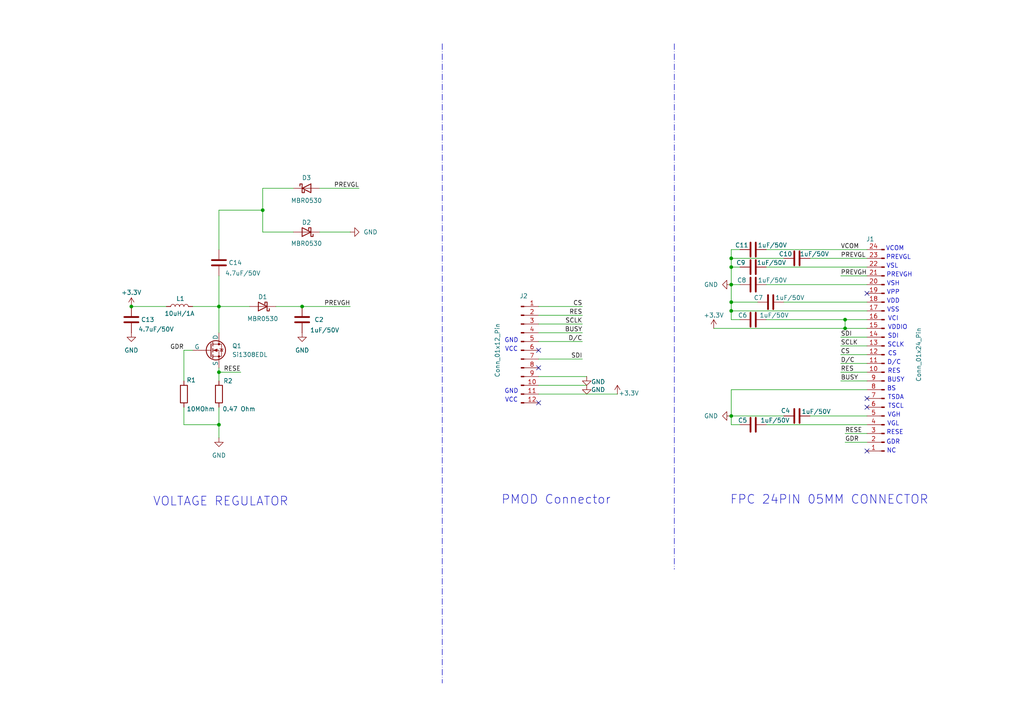
<source format=kicad_sch>
(kicad_sch (version 20231120) (generator "eeschema") (generator_version "8.0")
  (paper "A4")
  (title_block (title "InkPMOD") (date "2025-04-04") (rev "1") (company "WILD DICE"))
  (lib_symbols
    (symbol "Connector:Conn_01x12_Pin" (pin_names (offset 1.016) hide)
      (property "Reference" "J" (at 0 15.24 0))
      (property "Value" "Conn_01x12_Pin" (at 0 -17.78 0))
      (symbol "Conn_01x12_Pin_1_1"
        (polyline (pts (xy 1.27 -15.24) (xy 0.8636 -15.24)) (stroke (width 0.1524)))
        (polyline (pts (xy 1.27 -12.7) (xy 0.8636 -12.7)) (stroke (width 0.1524)))
        (polyline (pts (xy 1.27 -10.16) (xy 0.8636 -10.16)) (stroke (width 0.1524)))
        (polyline (pts (xy 1.27 -7.62) (xy 0.8636 -7.62)) (stroke (width 0.1524)))
        (polyline (pts (xy 1.27 -5.08) (xy 0.8636 -5.08)) (stroke (width 0.1524)))
        (polyline (pts (xy 1.27 -2.54) (xy 0.8636 -2.54)) (stroke (width 0.1524)))
        (polyline (pts (xy 1.27 0) (xy 0.8636 0)) (stroke (width 0.1524)))
        (polyline (pts (xy 1.27 2.54) (xy 0.8636 2.54)) (stroke (width 0.1524)))
        (polyline (pts (xy 1.27 5.08) (xy 0.8636 5.08)) (stroke (width 0.1524)))
        (polyline (pts (xy 1.27 7.62) (xy 0.8636 7.62)) (stroke (width 0.1524)))
        (polyline (pts (xy 1.27 10.16) (xy 0.8636 10.16)) (stroke (width 0.1524)))
        (polyline (pts (xy 1.27 12.7) (xy 0.8636 12.7)) (stroke (width 0.1524)))
        (rectangle (start 0.8636 -15.113) (end 0 -15.367) (stroke (width 0.1524)) (fill (type outline)))
        (rectangle (start 0.8636 -12.573) (end 0 -12.827) (stroke (width 0.1524)) (fill (type outline)))
        (rectangle (start 0.8636 -10.033) (end 0 -10.287) (stroke (width 0.1524)) (fill (type outline)))
        (rectangle (start 0.8636 -7.493) (end 0 -7.747) (stroke (width 0.1524)) (fill (type outline)))
        (rectangle (start 0.8636 -4.953) (end 0 -5.207) (stroke (width 0.1524)) (fill (type outline)))
        (rectangle (start 0.8636 -2.413) (end 0 -2.667) (stroke (width 0.1524)) (fill (type outline)))
        (rectangle (start 0.8636 0.127) (end 0 -0.127) (stroke (width 0.1524)) (fill (type outline)))
        (rectangle (start 0.8636 2.667) (end 0 2.413) (stroke (width 0.1524)) (fill (type outline)))
        (rectangle (start 0.8636 5.207) (end 0 4.953) (stroke (width 0.1524)) (fill (type outline)))
        (rectangle (start 0.8636 7.747) (end 0 7.493) (stroke (width 0.1524)) (fill (type outline)))
        (rectangle (start 0.8636 10.287) (end 0 10.033) (stroke (width 0.1524)) (fill (type outline)))
        (rectangle (start 0.8636 12.827) (end 0 12.573) (stroke (width 0.1524)) (fill (type outline)))
        (pin passive line (at 5.08 12.7 180) (length 3.81) (name "Pin_1") (number "1"))
        (pin passive line (at 5.08 -10.16 180) (length 3.81) (name "Pin_10") (number "10"))
        (pin passive line (at 5.08 -12.7 180) (length 3.81) (name "Pin_11") (number "11"))
        (pin passive line (at 5.08 -15.24 180) (length 3.81) (name "Pin_12") (number "12"))
        (pin passive line (at 5.08 10.16 180) (length 3.81) (name "Pin_2") (number "2"))
        (pin passive line (at 5.08 7.62 180) (length 3.81) (name "Pin_3") (number "3"))
        (pin passive line (at 5.08 5.08 180) (length 3.81) (name "Pin_4") (number "4"))
        (pin passive line (at 5.08 2.54 180) (length 3.81) (name "Pin_5") (number "5"))
        (pin passive line (at 5.08 0 180) (length 3.81) (name "Pin_6") (number "6"))
        (pin passive line (at 5.08 -2.54 180) (length 3.81) (name "Pin_7") (number "7"))
        (pin passive line (at 5.08 -5.08 180) (length 3.81) (name "Pin_8") (number "8"))
        (pin passive line (at 5.08 -7.62 180) (length 3.81) (name "Pin_9") (number "9"))
      )
    )
    (symbol "Connector:Conn_01x24_Pin" (pin_names (offset 1.016) hide)
      (property "Reference" "J" (at 0 30.48 0))
      (property "Value" "Conn_01x24_Pin" (at 0 -33.02 0))
      (symbol "Conn_01x24_Pin_1_1"
        (polyline (pts (xy 1.27 -30.48) (xy 0.8636 -30.48)) (stroke (width 0.1524)))
        (polyline (pts (xy 1.27 -27.94) (xy 0.8636 -27.94)) (stroke (width 0.1524)))
        (polyline (pts (xy 1.27 -25.4) (xy 0.8636 -25.4)) (stroke (width 0.1524)))
        (polyline (pts (xy 1.27 -22.86) (xy 0.8636 -22.86)) (stroke (width 0.1524)))
        (polyline (pts (xy 1.27 -20.32) (xy 0.8636 -20.32)) (stroke (width 0.1524)))
        (polyline (pts (xy 1.27 -17.78) (xy 0.8636 -17.78)) (stroke (width 0.1524)))
        (polyline (pts (xy 1.27 -15.24) (xy 0.8636 -15.24)) (stroke (width 0.1524)))
        (polyline (pts (xy 1.27 -12.7) (xy 0.8636 -12.7)) (stroke (width 0.1524)))
        (polyline (pts (xy 1.27 -10.16) (xy 0.8636 -10.16)) (stroke (width 0.1524)))
        (polyline (pts (xy 1.27 -7.62) (xy 0.8636 -7.62)) (stroke (width 0.1524)))
        (polyline (pts (xy 1.27 -5.08) (xy 0.8636 -5.08)) (stroke (width 0.1524)))
        (polyline (pts (xy 1.27 -2.54) (xy 0.8636 -2.54)) (stroke (width 0.1524)))
        (polyline (pts (xy 1.27 0) (xy 0.8636 0)) (stroke (width 0.1524)))
        (polyline (pts (xy 1.27 2.54) (xy 0.8636 2.54)) (stroke (width 0.1524)))
        (polyline (pts (xy 1.27 5.08) (xy 0.8636 5.08)) (stroke (width 0.1524)))
        (polyline (pts (xy 1.27 7.62) (xy 0.8636 7.62)) (stroke (width 0.1524)))
        (polyline (pts (xy 1.27 10.16) (xy 0.8636 10.16)) (stroke (width 0.1524)))
        (polyline (pts (xy 1.27 12.7) (xy 0.8636 12.7)) (stroke (width 0.1524)))
        (polyline (pts (xy 1.27 15.24) (xy 0.8636 15.24)) (stroke (width 0.1524)))
        (polyline (pts (xy 1.27 17.78) (xy 0.8636 17.78)) (stroke (width 0.1524)))
        (polyline (pts (xy 1.27 20.32) (xy 0.8636 20.32)) (stroke (width 0.1524)))
        (polyline (pts (xy 1.27 22.86) (xy 0.8636 22.86)) (stroke (width 0.1524)))
        (polyline (pts (xy 1.27 25.4) (xy 0.8636 25.4)) (stroke (width 0.1524)))
        (polyline (pts (xy 1.27 27.94) (xy 0.8636 27.94)) (stroke (width 0.1524)))
        (rectangle (start 0.8636 -30.353) (end 0 -30.607) (stroke (width 0.1524)) (fill (type outline)))
        (rectangle (start 0.8636 -27.813) (end 0 -28.067) (stroke (width 0.1524)) (fill (type outline)))
        (rectangle (start 0.8636 -25.273) (end 0 -25.527) (stroke (width 0.1524)) (fill (type outline)))
        (rectangle (start 0.8636 -22.733) (end 0 -22.987) (stroke (width 0.1524)) (fill (type outline)))
        (rectangle (start 0.8636 -20.193) (end 0 -20.447) (stroke (width 0.1524)) (fill (type outline)))
        (rectangle (start 0.8636 -17.653) (end 0 -17.907) (stroke (width 0.1524)) (fill (type outline)))
        (rectangle (start 0.8636 -15.113) (end 0 -15.367) (stroke (width 0.1524)) (fill (type outline)))
        (rectangle (start 0.8636 -12.573) (end 0 -12.827) (stroke (width 0.1524)) (fill (type outline)))
        (rectangle (start 0.8636 -10.033) (end 0 -10.287) (stroke (width 0.1524)) (fill (type outline)))
        (rectangle (start 0.8636 -7.493) (end 0 -7.747) (stroke (width 0.1524)) (fill (type outline)))
        (rectangle (start 0.8636 -4.953) (end 0 -5.207) (stroke (width 0.1524)) (fill (type outline)))
        (rectangle (start 0.8636 -2.413) (end 0 -2.667) (stroke (width 0.1524)) (fill (type outline)))
        (rectangle (start 0.8636 0.127) (end 0 -0.127) (stroke (width 0.1524)) (fill (type outline)))
        (rectangle (start 0.8636 2.667) (end 0 2.413) (stroke (width 0.1524)) (fill (type outline)))
        (rectangle (start 0.8636 5.207) (end 0 4.953) (stroke (width 0.1524)) (fill (type outline)))
        (rectangle (start 0.8636 7.747) (end 0 7.493) (stroke (width 0.1524)) (fill (type outline)))
        (rectangle (start 0.8636 10.287) (end 0 10.033) (stroke (width 0.1524)) (fill (type outline)))
        (rectangle (start 0.8636 12.827) (end 0 12.573) (stroke (width 0.1524)) (fill (type outline)))
        (rectangle (start 0.8636 15.367) (end 0 15.113) (stroke (width 0.1524)) (fill (type outline)))
        (rectangle (start 0.8636 17.907) (end 0 17.653) (stroke (width 0.1524)) (fill (type outline)))
        (rectangle (start 0.8636 20.447) (end 0 20.193) (stroke (width 0.1524)) (fill (type outline)))
        (rectangle (start 0.8636 22.987) (end 0 22.733) (stroke (width 0.1524)) (fill (type outline)))
        (rectangle (start 0.8636 25.527) (end 0 25.273) (stroke (width 0.1524)) (fill (type outline)))
        (rectangle (start 0.8636 28.067) (end 0 27.813) (stroke (width 0.1524)) (fill (type outline)))
        (pin passive line (at 5.08 27.94 180) (length 3.81) (name "Pin_1") (number "1"))
        (pin passive line (at 5.08 5.08 180) (length 3.81) (name "Pin_10") (number "10"))
        (pin passive line (at 5.08 2.54 180) (length 3.81) (name "Pin_11") (number "11"))
        (pin passive line (at 5.08 0 180) (length 3.81) (name "Pin_12") (number "12"))
        (pin passive line (at 5.08 -2.54 180) (length 3.81) (name "Pin_13") (number "13"))
        (pin passive line (at 5.08 -5.08 180) (length 3.81) (name "Pin_14") (number "14"))
        (pin passive line (at 5.08 -7.62 180) (length 3.81) (name "Pin_15") (number "15"))
        (pin passive line (at 5.08 -10.16 180) (length 3.81) (name "Pin_16") (number "16"))
        (pin passive line (at 5.08 -12.7 180) (length 3.81) (name "Pin_17") (number "17"))
        (pin passive line (at 5.08 -15.24 180) (length 3.81) (name "Pin_18") (number "18"))
        (pin passive line (at 5.08 -17.78 180) (length 3.81) (name "Pin_19") (number "19"))
        (pin passive line (at 5.08 25.4 180) (length 3.81) (name "Pin_2") (number "2"))
        (pin passive line (at 5.08 -20.32 180) (length 3.81) (name "Pin_20") (number "20"))
        (pin passive line (at 5.08 -22.86 180) (length 3.81) (name "Pin_21") (number "21"))
        (pin passive line (at 5.08 -25.4 180) (length 3.81) (name "Pin_22") (number "22"))
        (pin passive line (at 5.08 -27.94 180) (length 3.81) (name "Pin_23") (number "23"))
        (pin passive line (at 5.08 -30.48 180) (length 3.81) (name "Pin_24") (number "24"))
        (pin passive line (at 5.08 22.86 180) (length 3.81) (name "Pin_3") (number "3"))
        (pin passive line (at 5.08 20.32 180) (length 3.81) (name "Pin_4") (number "4"))
        (pin passive line (at 5.08 17.78 180) (length 3.81) (name "Pin_5") (number "5"))
        (pin passive line (at 5.08 15.24 180) (length 3.81) (name "Pin_6") (number "6"))
        (pin passive line (at 5.08 12.7 180) (length 3.81) (name "Pin_7") (number "7"))
        (pin passive line (at 5.08 10.16 180) (length 3.81) (name "Pin_8") (number "8"))
        (pin passive line (at 5.08 7.62 180) (length 3.81) (name "Pin_9") (number "9"))
      )
    )
    (symbol "Device:C" (pin_numbers hide) (pin_names (offset 0.254))
      (property "Reference" "C" (at 0.635 2.54 0))
      (property "Value" "C" (at 0.635 -2.54 0))
      (symbol "C_0_1"
        (polyline (pts (xy -2.032 -0.762) (xy 2.032 -0.762)) (stroke (width 0.508)))
        (polyline (pts (xy -2.032 0.762) (xy 2.032 0.762)) (stroke (width 0.508)))
      )
      (symbol "C_1_1"
        (pin passive line (at 0 3.81 270) (length 2.794) (name "~") (number "1"))
        (pin passive line (at 0 -3.81 90) (length 2.794) (name "~") (number "2"))
      )
    )
    (symbol "Device:D_Schottky" (pin_numbers hide) (pin_names (offset 1.016) hide)
      (property "Reference" "D" (at 0 2.54 0))
      (property "Value" "D_Schottky" (at 0 -2.54 0))
      (symbol "D_Schottky_0_1"
        (polyline (pts (xy 1.27 0) (xy -1.27 0)))
        (polyline (pts (xy 1.27 1.27) (xy 1.27 -1.27) (xy -1.27 0) (xy 1.27 1.27)) (stroke (width 0.254)))
        (polyline (pts (xy -1.905 0.635) (xy -1.905 1.27) (xy -1.27 1.27) (xy -1.27 -1.27) (xy -0.635 -1.27) (xy -0.635 -0.635)) (stroke (width 0.254)))
      )
      (symbol "D_Schottky_1_1"
        (pin passive line (at -3.81 0 0) (length 2.54) (name "K") (number "1"))
        (pin passive line (at 3.81 0 180) (length 2.54) (name "A") (number "2"))
      )
    )
    (symbol "Device:L" (pin_numbers hide) (pin_names (offset 1.016) hide)
      (property "Reference" "L" (at -1.27 0 90))
      (property "Value" "L" (at 1.905 0 90))
      (symbol "L_0_1"
        (arc (start 0 -2.54) (mid 0.6323 -1.905) (end 0 -1.27))
        (arc (start 0 -1.27) (mid 0.6323 -0.635) (end 0 0))
        (arc (start 0 0) (mid 0.6323 0.635) (end 0 1.27))
        (arc (start 0 1.27) (mid 0.6323 1.905) (end 0 2.54))
      )
      (symbol "L_1_1"
        (pin passive line (at 0 3.81 270) (length 1.27) (name "1") (number "1"))
        (pin passive line (at 0 -3.81 90) (length 1.27) (name "2") (number "2"))
      )
    )
    (symbol "Device:R" (pin_numbers hide) (pin_names (offset 0))
      (property "Reference" "R" (at 2.032 0 90))
      (property "Value" "R" (at 0 0 90))
      (symbol "R_0_1"
        (rectangle (start -1.016 -2.54) (end 1.016 2.54) (stroke (width 0.254)))
      )
      (symbol "R_1_1"
        (pin passive line (at 0 3.81 270) (length 1.27) (name "~") (number "1"))
        (pin passive line (at 0 -3.81 90) (length 1.27) (name "~") (number "2"))
      )
    )
    (symbol "Simulation_SPICE:NMOS" (pin_numbers hide) (pin_names (offset 0))
      (property "Reference" "Q" (at 5.08 1.27 0))
      (property "Value" "NMOS" (at 5.08 -1.27 0))
      (symbol "NMOS_0_1"
        (polyline (pts (xy 0.254 0) (xy -2.54 0)))
        (polyline (pts (xy 0.254 1.905) (xy 0.254 -1.905)) (stroke (width 0.254)))
        (polyline (pts (xy 0.762 -1.27) (xy 0.762 -2.286)) (stroke (width 0.254)))
        (polyline (pts (xy 0.762 0.508) (xy 0.762 -0.508)) (stroke (width 0.254)))
        (polyline (pts (xy 0.762 2.286) (xy 0.762 1.27)) (stroke (width 0.254)))
        (polyline (pts (xy 2.54 2.54) (xy 2.54 1.778)))
        (polyline (pts (xy 2.54 -2.54) (xy 2.54 0) (xy 0.762 0)))
        (polyline (pts (xy 0.762 -1.778) (xy 3.302 -1.778) (xy 3.302 1.778) (xy 0.762 1.778)))
        (polyline (pts (xy 1.016 0) (xy 2.032 0.381) (xy 2.032 -0.381) (xy 1.016 0)) (fill (type outline)))
        (polyline (pts (xy 2.794 0.508) (xy 2.921 0.381) (xy 3.683 0.381) (xy 3.81 0.254)))
        (polyline (pts (xy 3.302 0.381) (xy 2.921 -0.254) (xy 3.683 -0.254) (xy 3.302 0.381)))
        (circle (center 1.651 0) (radius 2.794) (stroke (width 0.254)))
        (circle (center 2.54 -1.778) (radius 0.254) (fill (type outline)))
        (circle (center 2.54 1.778) (radius 0.254) (fill (type outline)))
      )
      (symbol "NMOS_1_1"
        (pin passive line (at 2.54 5.08 270) (length 2.54) (name "D") (number "1"))
        (pin input line (at -5.08 0 0) (length 2.54) (name "G") (number "2"))
        (pin passive line (at 2.54 -5.08 90) (length 2.54) (name "S") (number "3"))
      )
    )
    (symbol "power:+3.3V" (power) (pin_numbers hide) (pin_names (offset 0) hide)
      (property "Value" "+3.3V" (at 0 3.556 0))
      (symbol "+3.3V_0_1"
        (polyline (pts (xy -0.762 1.27) (xy 0 2.54)))
        (polyline (pts (xy 0 0) (xy 0 2.54)))
        (polyline (pts (xy 0 2.54) (xy 0.762 1.27)))
      )
      (symbol "+3.3V_1_1"
        (pin power_in line (at 0 0 90) (length 0) (name "~") (number "1"))
      )
    )
    (symbol "power:GND" (power) (pin_numbers hide) (pin_names (offset 0) hide)
      (property "Value" "GND" (at 0 -3.81 0))
      (symbol "GND_0_1"
        (polyline (pts (xy 0 0) (xy 0 -1.27) (xy 1.27 -1.27) (xy 0 -2.54) (xy -1.27 -1.27) (xy 0 -1.27)))
      )
      (symbol "GND_1_1"
        (pin power_in line (at 0 0 270) (length 0) (name "~") (number "1"))
      )
    )
  )
  (junction (at 63.5 88.9))
  (junction (at 212.09 87.63))
  (junction (at 212.09 90.17))
  (junction (at 212.09 74.93))
  (junction (at 87.63 88.9))
  (junction (at 63.5 107.95))
  (junction (at 245.11 92.71))
  (junction (at 212.09 120.65))
  (junction (at 245.11 95.25))
  (junction (at 76.2 60.96))
  (junction (at 38.1 88.9))
  (junction (at 212.09 82.55))
  (junction (at 212.09 77.47))
  (junction (at 63.5 123.19))
  (no_connect (at 251.46 130.81))
  (no_connect (at 156.21 101.6))
  (no_connect (at 251.46 115.57))
  (no_connect (at 156.21 116.84))
  (no_connect (at 156.21 106.68))
  (no_connect (at 251.46 85.09))
  (no_connect (at 251.46 118.11))
  (wire (pts (xy 212.09 72.39) (xy 214.63 72.39)))
  (wire (pts (xy 212.09 113.03) (xy 212.09 120.65)))
  (wire (pts (xy 63.5 60.96) (xy 76.2 60.96)))
  (wire (pts (xy 156.21 88.9) (xy 168.91 88.9)))
  (wire (pts (xy 156.21 109.22) (xy 170.18 109.22)))
  (wire (pts (xy 212.09 82.55) (xy 214.63 82.55)))
  (wire (pts (xy 212.09 74.93) (xy 227.33 74.93)))
  (wire (pts (xy 222.25 92.71) (xy 245.11 92.71)))
  (wire (pts (xy 63.5 107.95) (xy 63.5 110.49)))
  (wire (pts (xy 156.21 114.3) (xy 179.07 114.3)))
  (wire (pts (xy 38.1 88.9) (xy 48.26 88.9)))
  (wire (pts (xy 55.88 101.6) (xy 53.34 101.6)))
  (wire (pts (xy 156.21 93.98) (xy 168.91 93.98)))
  (wire (pts (xy 212.09 82.55) (xy 212.09 87.63)))
  (wire (pts (xy 243.84 107.95) (xy 251.46 107.95)))
  (wire (pts (xy 227.33 87.63) (xy 251.46 87.63)))
  (wire (pts (xy 243.84 80.01) (xy 251.46 80.01)))
  (wire (pts (xy 156.21 91.44) (xy 168.91 91.44)))
  (polyline (pts (xy 195.58 12.7) (xy 195.58 165.1)) (stroke (width 0) (type dash_dot)))
  (wire (pts (xy 76.2 60.96) (xy 76.2 67.31)))
  (wire (pts (xy 156.21 111.76) (xy 170.18 111.76)))
  (wire (pts (xy 92.71 54.61) (xy 104.14 54.61)))
  (wire (pts (xy 243.84 97.79) (xy 251.46 97.79)))
  (wire (pts (xy 53.34 118.11) (xy 53.34 123.19)))
  (wire (pts (xy 222.25 72.39) (xy 251.46 72.39)))
  (wire (pts (xy 245.11 128.27) (xy 251.46 128.27)))
  (wire (pts (xy 245.11 92.71) (xy 251.46 92.71)))
  (wire (pts (xy 76.2 54.61) (xy 85.09 54.61)))
  (wire (pts (xy 156.21 96.52) (xy 168.91 96.52)))
  (wire (pts (xy 245.11 125.73) (xy 251.46 125.73)))
  (wire (pts (xy 212.09 123.19) (xy 214.63 123.19)))
  (wire (pts (xy 207.01 95.25) (xy 245.11 95.25)))
  (wire (pts (xy 243.84 102.87) (xy 251.46 102.87)))
  (wire (pts (xy 222.25 77.47) (xy 251.46 77.47)))
  (wire (pts (xy 222.25 82.55) (xy 251.46 82.55)))
  (wire (pts (xy 76.2 67.31) (xy 85.09 67.31)))
  (wire (pts (xy 92.71 67.31) (xy 101.6 67.31)))
  (wire (pts (xy 222.25 123.19) (xy 251.46 123.19)))
  (wire (pts (xy 245.11 92.71) (xy 245.11 95.25)))
  (wire (pts (xy 212.09 77.47) (xy 214.63 77.47)))
  (wire (pts (xy 63.5 88.9) (xy 63.5 96.52)))
  (wire (pts (xy 212.09 120.65) (xy 227.33 120.65)))
  (wire (pts (xy 212.09 74.93) (xy 212.09 77.47)))
  (wire (pts (xy 243.84 105.41) (xy 251.46 105.41)))
  (wire (pts (xy 63.5 80.01) (xy 63.5 88.9)))
  (wire (pts (xy 212.09 92.71) (xy 214.63 92.71)))
  (wire (pts (xy 234.95 74.93) (xy 251.46 74.93)))
  (wire (pts (xy 63.5 123.19) (xy 63.5 127)))
  (wire (pts (xy 212.09 120.65) (xy 212.09 123.19)))
  (wire (pts (xy 63.5 107.95) (xy 69.85 107.95)))
  (wire (pts (xy 87.63 88.9) (xy 101.6 88.9)))
  (wire (pts (xy 53.34 123.19) (xy 63.5 123.19)))
  (wire (pts (xy 212.09 87.63) (xy 219.71 87.63)))
  (wire (pts (xy 63.5 88.9) (xy 72.39 88.9)))
  (wire (pts (xy 212.09 72.39) (xy 212.09 74.93)))
  (wire (pts (xy 212.09 77.47) (xy 212.09 82.55)))
  (wire (pts (xy 63.5 106.68) (xy 63.5 107.95)))
  (polyline (pts (xy 128.27 12.7) (xy 128.27 198.12)) (stroke (width 0) (type dash_dot)))
  (wire (pts (xy 55.88 88.9) (xy 63.5 88.9)))
  (wire (pts (xy 212.09 87.63) (xy 212.09 90.17)))
  (wire (pts (xy 156.21 104.14) (xy 168.91 104.14)))
  (wire (pts (xy 243.84 110.49) (xy 251.46 110.49)))
  (wire (pts (xy 76.2 54.61) (xy 76.2 60.96)))
  (wire (pts (xy 156.21 99.06) (xy 168.91 99.06)))
  (wire (pts (xy 243.84 100.33) (xy 251.46 100.33)))
  (wire (pts (xy 234.95 120.65) (xy 251.46 120.65)))
  (wire (pts (xy 53.34 101.6) (xy 53.34 110.49)))
  (wire (pts (xy 63.5 60.96) (xy 63.5 72.39)))
  (wire (pts (xy 80.01 88.9) (xy 87.63 88.9)))
  (wire (pts (xy 212.09 113.03) (xy 251.46 113.03)))
  (wire (pts (xy 63.5 118.11) (xy 63.5 123.19)))
  (wire (pts (xy 212.09 90.17) (xy 212.09 92.71)))
  (wire (pts (xy 251.46 95.25) (xy 245.11 95.25)))
  (wire (pts (xy 212.09 90.17) (xy 251.46 90.17)))
  (text "CS" (at 258.826 102.616 0) (effects (font (size 1.27 1.27))))
  (text "GND" (at 148.336 98.806 0) (effects (font (size 1.27 1.27))))
  (text "FPC 24PIN 05MM CONNECTOR" (at 240.538 145.034 0) (effects (font (size 2.54 2.54))))
  (text "GND" (at 148.336 113.538 0) (effects (font (size 1.27 1.27))))
  (text "RESE" (at 259.588 125.476 0) (effects (font (size 1.27 1.27))))
  (text "BS" (at 258.572 112.776 0) (effects (font (size 1.27 1.27))))
  (text "VDDIO" (at 260.35 94.996 0) (effects (font (size 1.27 1.27))))
  (text "TSDA" (at 259.842 115.316 0) (effects (font (size 1.27 1.27))))
  (text "SDI" (at 259.08 97.536 0) (effects (font (size 1.27 1.27))))
  (text "TSCL" (at 259.842 117.856 0) (effects (font (size 1.27 1.27))))
  (text "VSS" (at 259.08 89.916 0) (effects (font (size 1.27 1.27))))
  (text "VCI" (at 259.08 92.456 0) (effects (font (size 1.27 1.27))))
  (text "PMOD Connector" (at 161.29 145.034 0) (effects (font (size 2.54 2.54))))
  (text "VDD" (at 259.08 87.376 0) (effects (font (size 1.27 1.27))))
  (text "VCOM" (at 259.588 72.136 0) (effects (font (size 1.27 1.27))))
  (text "RES" (at 259.334 107.696 0) (effects (font (size 1.27 1.27))))
  (text "VGL" (at 259.08 122.936 0) (effects (font (size 1.27 1.27))))
  (text "VOLTAGE REGULATOR" (at 64.008 145.542 0) (effects (font (size 2.54 2.54))))
  (text "D/C" (at 259.334 105.156 0) (effects (font (size 1.27 1.27))))
  (text "BUSY" (at 259.842 110.236 0) (effects (font (size 1.27 1.27))))
  (text "VPP" (at 259.08 84.836 0) (effects (font (size 1.27 1.27))))
  (text "VCC" (at 148.336 101.346 0) (effects (font (size 1.27 1.27))))
  (text "VSL" (at 258.826 77.216 0) (effects (font (size 1.27 1.27))))
  (text "VGH" (at 259.334 120.396 0) (effects (font (size 1.27 1.27))))
  (text "PREVGL" (at 260.604 74.676 0) (effects (font (size 1.27 1.27))))
  (text "NC" (at 258.572 130.81 0) (effects (font (size 1.27 1.27))))
  (text "PREVGH" (at 260.858 79.756 0) (effects (font (size 1.27 1.27))))
  (text "SCLK" (at 259.842 100.076 0) (effects (font (size 1.27 1.27))))
  (text "GDR" (at 259.08 128.27 0) (effects (font (size 1.27 1.27))))
  (text "VSH" (at 259.08 82.296 0) (effects (font (size 1.27 1.27))))
  (text "VCC" (at 148.336 116.078 0) (effects (font (size 1.27 1.27))))
  (label "VCOM" (at 243.84 72.39 0))
  (label "D{slash}C" (at 168.91 99.06 180))
  (label "GDR" (at 53.34 101.6 180))
  (label "RESE" (at 69.85 107.95 180))
  (label "D{slash}C" (at 243.84 105.41 0))
  (label "RESE" (at 245.11 125.73 0))
  (label "PREVGH" (at 243.84 80.01 0))
  (label "SDI" (at 168.91 104.14 180))
  (label "BUSY" (at 168.91 96.52 180))
  (label "SCLK" (at 168.91 93.98 180))
  (label "PREVGH" (at 101.6 88.9 180))
  (label "CS" (at 168.91 88.9 180))
  (label "SDI" (at 243.84 97.79 0))
  (label "RES" (at 243.84 107.95 0))
  (label "GDR" (at 245.11 128.27 0))
  (label "SCLK" (at 243.84 100.33 0))
  (label "PREVGL" (at 243.84 74.93 0))
  (label "RES" (at 168.91 91.44 180))
  (label "PREVGL" (at 104.14 54.61 180))
  (label "BUSY" (at 243.84 110.49 0))
  (label "CS" (at 243.84 102.87 0))
  (symbol (lib_id "Device:C") (at 218.44 123.19 90) (unit 1)
    (property "Reference" "C5" (at 215.392 121.92 90))
    (property "Value" "1uF/50V" (at 224.79 121.92 90))
    (property "Footprint" "Capacitor_SMD:C_1206_3216Metric_Pad1.33x1.80mm_HandSolder" (effects (hide yes)))
    (property "Datasheet" "https://www.mouser.es/datasheet/2/396/mlcc02_e-1307760.pdf" (effects (hide yes)))
    (property "Description" "Unpolarized capacitor" (effects (hide yes)))
    (property "Shop Link" "https://www.mouser.es/ProductDetail/963-UMK316B7105KL-T" (effects (hide yes)))
  )
  (symbol (lib_id "Device:C") (at 231.14 120.65 90) (unit 1)
    (property "Reference" "C4" (at 227.838 119.126 90))
    (property "Value" "1uF/50V" (at 236.728 119.38 90))
    (property "Footprint" "Capacitor_SMD:C_1206_3216Metric_Pad1.33x1.80mm_HandSolder" (effects (hide yes)))
    (property "Datasheet" "https://www.mouser.es/datasheet/2/396/mlcc02_e-1307760.pdf" (effects (hide yes)))
    (property "Description" "Unpolarized capacitor" (effects (hide yes)))
    (property "Shop Link" "https://www.mouser.es/ProductDetail/963-UMK316B7105KL-T" (effects (hide yes)))
  )
  (symbol (lib_id "Device:C") (at 231.14 74.93 90) (unit 1)
    (property "Reference" "C10" (at 227.838 73.66 90))
    (property "Value" "1uF/50V" (at 236.22 73.66 90))
    (property "Footprint" "Capacitor_SMD:C_1206_3216Metric_Pad1.33x1.80mm_HandSolder" (effects (hide yes)))
    (property "Datasheet" "https://www.mouser.es/datasheet/2/396/mlcc02_e-1307760.pdf" (effects (hide yes)))
    (property "Description" "Unpolarized capacitor" (effects (hide yes)))
    (property "Shop Link" "https://www.mouser.es/ProductDetail/963-UMK316B7105KL-T" (effects (hide yes)))
  )
  (symbol (lib_id "Device:C") (at 218.44 92.71 90) (unit 1)
    (property "Reference" "C6" (at 215.392 91.44 90))
    (property "Value" "1uF/50V" (at 224.536 91.44 90))
    (property "Footprint" "Capacitor_SMD:C_1206_3216Metric_Pad1.33x1.80mm_HandSolder" (effects (hide yes)))
    (property "Datasheet" "https://www.mouser.es/datasheet/2/396/mlcc02_e-1307760.pdf" (effects (hide yes)))
    (property "Description" "Unpolarized capacitor" (effects (hide yes)))
    (property "Shop Link" "https://www.mouser.es/ProductDetail/963-UMK316B7105KL-T" (effects (hide yes)))
  )
  (symbol (lib_id "Connector:Conn_01x12_Pin") (at 151.13 101.6 0) (unit 1)
    (property "Reference" "J2" (at 151.892 85.852 0))
    (property "Value" "Conn_01x12_Pin" (at 144.272 101.6 90))
    (property "Footprint" "Connector_PinHeader_1.27mm:PinHeader_2x06_P1.27mm_Vertical" (effects (hide yes)))
    (property "Datasheet" "https://kinetictest.samtec.com/partnumber/HTSW-106-08-L-D-RA" (effects (hide yes)))
    (property "Description" "Generic connector, single row, 01x12, script generated" (effects (hide yes)))
    (property "Shop Link" "https://www.mouser.es/ProductDetail/200-HTSW10608LDRA" (effects (hide yes)))
  )
  (symbol (lib_id "power:GND") (at 170.18 111.76 0) (unit 1)
    (property "Reference" "#PWR011" (effects (hide yes)))
    (property "Value" "GND" (at 173.482 113.03 0))
    (property "Description" "Power symbol creates a global label with name \"GND\" , ground" (effects (hide yes)))
  )
  (symbol (lib_id "power:GND") (at 170.18 109.22 0) (unit 1)
    (property "Reference" "#PWR05" (effects (hide yes)))
    (property "Value" "GND" (at 173.482 110.744 0))
    (property "Description" "Power symbol creates a global label with name \"GND\" , ground" (effects (hide yes)))
  )
  (symbol (lib_id "power:GND") (at 63.5 127 0) (unit 1)
    (property "Reference" "#PWR04" (effects (hide yes)))
    (property "Value" "GND" (at 63.5 132.08 0))
    (property "Description" "Power symbol creates a global label with name \"GND\" , ground" (effects (hide yes)))
  )
  (symbol (lib_id "Device:C") (at 218.44 72.39 90) (unit 1)
    (property "Reference" "C11" (at 215.138 71.12 90))
    (property "Value" "1uF/50V" (at 224.028 71.12 90))
    (property "Footprint" "Capacitor_SMD:C_1206_3216Metric_Pad1.33x1.80mm_HandSolder" (effects (hide yes)))
    (property "Datasheet" "https://www.mouser.es/datasheet/2/396/mlcc02_e-1307760.pdf" (effects (hide yes)))
    (property "Description" "Unpolarized capacitor" (effects (hide yes)))
    (property "Shop Link" "https://www.mouser.es/ProductDetail/963-UMK316B7105KL-T" (effects (hide yes)))
  )
  (symbol (lib_id "power:GND") (at 212.09 82.55 270) (unit 1)
    (property "Reference" "#PWR07" (effects (hide yes)))
    (property "Value" "GND" (at 208.28 82.5499 90) (effects (justify right)))
    (property "Description" "Power symbol creates a global label with name \"GND\" , ground" (effects (hide yes)))
  )
  (symbol (lib_id "power:GND") (at 38.1 96.52 0) (unit 1)
    (property "Reference" "#PWR013" (effects (hide yes)))
    (property "Value" "GND" (at 38.1 101.6 0))
    (property "Description" "Power symbol creates a global label with name \"GND\" , ground" (effects (hide yes)))
  )
  (symbol (lib_id "Device:D_Schottky") (at 88.9 67.31 180) (unit 1)
    (property "Reference" "D2" (at 88.9 64.516 0))
    (property "Value" "MBR0530" (at 88.9 70.612 0))
    (property "Footprint" "Diode_SMD:D_SOD-123" (effects (hide yes)))
    (property "Datasheet" "https://www.onsemi.com/PowerSolutions/product.do?id=MBR0530T3G" (effects (hide yes)))
    (property "Description" "Schottky diode" (effects (hide yes)))
    (property "Shop Link" "https://www.mouser.es/ProductDetail/863-MBR0530T3G" (effects (hide yes)))
  )
  (symbol (lib_id "power:+3.3V") (at 207.01 95.25 0) (unit 1)
    (property "Reference" "#PWR08" (effects (hide yes)))
    (property "Value" "+3.3V" (at 207.01 91.44 0))
    (property "Description" "Power symbol creates a global label with name \"+3.3V\"" (effects (hide yes)))
  )
  (symbol (lib_id "power:GND") (at 212.09 120.65 270) (unit 1)
    (property "Reference" "#PWR06" (effects (hide yes)))
    (property "Value" "GND" (at 208.28 120.6499 90) (effects (justify right)))
    (property "Description" "Power symbol creates a global label with name \"GND\" , ground" (effects (hide yes)))
  )
  (symbol (lib_id "Connector:Conn_01x24_Pin") (at 256.54 102.87 180) (unit 1)
    (property "Reference" "J1" (at 251.206 69.342 0) (effects (justify right)))
    (property "Value" "Conn_01x24_Pin" (at 266.446 110.744 90) (effects (justify right)))
    (property "Footprint" "custom:Molex_FPC_24_05MM" (effects (hide yes)))
    (property "Datasheet" "https://www.molex.com/en-us/products/part-detail-pdf/5034802400?display=pdf" (effects (hide yes)))
    (property "Description" "Generic connector, single row, 01x24, script generated" (effects (hide yes)))
    (property "Shop Link" "https://www.mouser.es/ProductDetail/538-503480-2400" (effects (hide yes)))
  )
  (symbol (lib_id "Simulation_SPICE:NMOS") (at 60.96 101.6 0) (unit 1)
    (property "Reference" "Q1" (at 67.31 100.3299 0) (effects (justify left)))
    (property "Value" "Si1308EDL" (at 67.31 102.8699 0) (effects (justify left)))
    (property "Footprint" "Package_TO_SOT_SMD:SOT-323_SC-70_Handsoldering" (effects (hide yes)))
    (property "Datasheet" "https://www.vishay.com/doc?63399" (effects (hide yes)))
    (property "Description" "N-MOSFET transistor, drain/source/gate" (effects (hide yes)))
    (property "Sim.Device" "NMOS" (effects (hide yes)))
    (property "Sim.Type" "VDMOS" (effects (hide yes)))
    (property "Sim.Pins" "1=D 2=G 3=S" (effects (hide yes)))
    (property "Shop Link" "https://www.mouser.es/ProductDetail/78-SI1308EDL-T1-GE3" (effects (hide yes)))
  )
  (symbol (lib_id "power:+3.3V") (at 179.07 114.3 0) (unit 1)
    (property "Reference" "#PWR010" (effects (hide yes)))
    (property "Value" "+3.3V" (at 182.372 114.046 0))
    (property "Description" "Power symbol creates a global label with name \"+3.3V\"" (effects (hide yes)))
  )
  (symbol (lib_id "power:GND") (at 101.6 67.31 90) (unit 1)
    (property "Reference" "#PWR01" (effects (hide yes)))
    (property "Value" "GND" (at 105.41 67.3099 90) (effects (justify right)))
    (property "Description" "Power symbol creates a global label with name \"GND\" , ground" (effects (hide yes)))
  )
  (symbol (lib_id "power:GND") (at 87.63 96.52 0) (unit 1)
    (property "Reference" "#PWR03" (effects (hide yes)))
    (property "Value" "GND" (at 87.63 101.6 0))
    (property "Description" "Power symbol creates a global label with name \"GND\" , ground" (effects (hide yes)))
  )
  (symbol (lib_id "Device:C") (at 218.44 82.55 90) (unit 1)
    (property "Reference" "C8" (at 215.138 81.28 90))
    (property "Value" "1uF/50V" (at 224.028 81.28 90))
    (property "Footprint" "Capacitor_SMD:C_1206_3216Metric_Pad1.33x1.80mm_HandSolder" (effects (hide yes)))
    (property "Datasheet" "https://www.mouser.es/datasheet/2/396/mlcc02_e-1307760.pdf" (effects (hide yes)))
    (property "Description" "Unpolarized capacitor" (effects (hide yes)))
    (property "Shop Link" "https://www.mouser.es/ProductDetail/963-UMK316B7105KL-T" (effects (hide yes)))
  )
  (symbol (lib_id "Device:R") (at 53.34 114.3 0) (unit 1)
    (property "Reference" "R1" (at 54.102 110.236 0) (effects (justify left)))
    (property "Value" "10MOhm" (at 54.102 118.618 0) (effects (justify left)))
    (property "Footprint" "Resistor_SMD:R_1206_3216Metric_Pad1.30x1.75mm_HandSolder" (effects (hide yes)))
    (property "Datasheet" "https://www.mouser.es/ProductDetail/71-CRCW120610M0JNEAC" (effects (hide yes)))
    (property "Description" "Resistor" (effects (hide yes)))
    (property "Shop Link" "https://www.mouser.es/ProductDetail/71-CRCW120610M0JNEAC" (effects (hide yes)))
  )
  (symbol (lib_id "power:+3.3V") (at 38.1 88.9 0) (unit 1)
    (property "Reference" "#PWR02" (effects (hide yes)))
    (property "Value" "+3.3V" (at 38.1 84.836 0))
    (property "Description" "Power symbol creates a global label with name \"+3.3V\"" (effects (hide yes)))
  )
  (symbol (lib_id "Device:C") (at 63.5 76.2 0) (unit 1)
    (property "Reference" "C14" (at 66.294 76.2 0) (effects (justify left)))
    (property "Value" "4.7uF/50V" (at 65.278 79.248 0) (effects (justify left)))
    (property "Footprint" "Capacitor_SMD:C_1206_3216Metric_Pad1.33x1.80mm_HandSolder" (effects (hide yes)))
    (property "Datasheet" "https://www.mouser.es/datasheet/2/396/mlcc06_hq_AUTO_e-1901145.pdf" (effects (hide yes)))
    (property "Description" "Unpolarized capacitor" (effects (hide yes)))
    (property "Shop Link" "https://www.mouser.es/ProductDetail/963-UMK316ABJ475KL8T" (effects (hide yes)))
  )
  (symbol (lib_id "Device:C") (at 218.44 77.47 90) (unit 1)
    (property "Reference" "C9" (at 214.884 76.2 90))
    (property "Value" "1uF/50V" (at 223.774 76.2 90))
    (property "Footprint" "Capacitor_SMD:C_1206_3216Metric_Pad1.33x1.80mm_HandSolder" (effects (hide yes)))
    (property "Datasheet" "https://www.mouser.es/datasheet/2/396/mlcc02_e-1307760.pdf" (effects (hide yes)))
    (property "Description" "Unpolarized capacitor" (effects (hide yes)))
    (property "Shop Link" "https://www.mouser.es/ProductDetail/963-UMK316B7105KL-T" (effects (hide yes)))
  )
  (symbol (lib_id "Device:D_Schottky") (at 76.2 88.9 180) (unit 1)
    (property "Reference" "D1" (at 76.2 86.106 0))
    (property "Value" "MBR0530" (at 76.2 92.456 0))
    (property "Footprint" "Diode_SMD:D_SOD-123" (effects (hide yes)))
    (property "Datasheet" "https://www.onsemi.com/PowerSolutions/product.do?id=MBR0530T3G" (effects (hide yes)))
    (property "Description" "Schottky diode" (effects (hide yes)))
    (property "Shop Link" "https://www.mouser.es/ProductDetail/863-MBR0530T3G" (effects (hide yes)))
  )
  (symbol (lib_id "Device:C") (at 223.52 87.63 90) (unit 1)
    (property "Reference" "C7" (at 219.964 86.36 90))
    (property "Value" "1uF/50V" (at 229.108 86.36 90))
    (property "Footprint" "Capacitor_SMD:C_1206_3216Metric_Pad1.33x1.80mm_HandSolder" (effects (hide yes)))
    (property "Datasheet" "https://www.mouser.es/datasheet/2/396/mlcc02_e-1307760.pdf" (effects (hide yes)))
    (property "Description" "Unpolarized capacitor" (effects (hide yes)))
    (property "Shop Link" "https://www.mouser.es/ProductDetail/963-UMK316B7105KL-T" (effects (hide yes)))
  )
  (symbol (lib_id "Device:R") (at 63.5 114.3 0) (unit 1)
    (property "Reference" "R2" (at 64.77 110.49 0) (effects (justify left)))
    (property "Value" "0.47 Ohm" (at 64.516 118.618 0) (effects (justify left)))
    (property "Footprint" "Resistor_SMD:R_1206_3216Metric_Pad1.30x1.75mm_HandSolder" (effects (hide yes)))
    (property "Datasheet" "https://www.mouser.es/datasheet/2/396/mlcc06_hq_AUTO_e-1901145.pdf" (effects (hide yes)))
    (property "Description" "Resistor" (effects (hide yes)))
    (property "Shop Link" "https://www.mouser.es/ProductDetail/603-RL1206FR-070R47L" (effects (hide yes)))
  )
  (symbol (lib_id "Device:C") (at 38.1 92.71 0) (unit 1)
    (property "Reference" "C13" (at 40.894 92.71 0) (effects (justify left)))
    (property "Value" "4.7uF/50V" (at 40.132 95.504 0) (effects (justify left)))
    (property "Footprint" "Capacitor_SMD:C_1206_3216Metric_Pad1.33x1.80mm_HandSolder" (effects (hide yes)))
    (property "Datasheet" "https://www.mouser.es/datasheet/2/396/mlcc06_hq_AUTO_e-1901145.pdf" (effects (hide yes)))
    (property "Description" "Unpolarized capacitor" (effects (hide yes)))
    (property "Shop Link" "https://www.mouser.es/ProductDetail/963-UMK316ABJ475KL8T" (effects (hide yes)))
  )
  (symbol (lib_id "Device:D_Schottky") (at 88.9 54.61 0) (unit 1)
    (property "Reference" "D3" (at 88.9 51.562 0))
    (property "Value" "MBR0530" (at 88.9 58.166 0))
    (property "Footprint" "Diode_SMD:D_SOD-123" (effects (hide yes)))
    (property "Datasheet" "https://www.onsemi.com/PowerSolutions/product.do?id=MBR0530T3G" (effects (hide yes)))
    (property "Description" "Schottky diode" (effects (hide yes)))
    (property "Shop Link" "https://www.mouser.es/ProductDetail/863-MBR0530T3G" (effects (hide yes)))
  )
  (symbol (lib_id "Device:C") (at 87.63 92.71 0) (unit 1)
    (property "Reference" "C2" (at 91.186 92.71 0) (effects (justify left)))
    (property "Value" "1uF/50V" (at 89.916 95.758 0) (effects (justify left)))
    (property "Footprint" "Capacitor_SMD:C_1206_3216Metric_Pad1.33x1.80mm_HandSolder" (effects (hide yes)))
    (property "Datasheet" "https://www.mouser.es/datasheet/2/396/mlcc02_e-1307760.pdf" (effects (hide yes)))
    (property "Description" "Unpolarized capacitor" (effects (hide yes)))
    (property "Shop Link" "https://www.mouser.es/ProductDetail/963-UMK316B7105KL-T" (effects (hide yes)))
  )
  (symbol (lib_id "Device:L") (at 52.07 88.9 90) (unit 1)
    (property "Reference" "L1" (at 52.324 86.614 90))
    (property "Value" "10uH/1A" (at 52.07 90.932 90))
    (property "Footprint" "Inductor_SMD:IDCP2218-01" (effects (hide yes)))
    (property "Datasheet" "https://www.vishay.com/doc?34629" (effects (hide yes)))
    (property "Description" "Inductor" (effects (hide yes)))
    (property "Shop Link" "https://www.mouser.es/ProductDetail/70-IDCP2218ER100M01" (effects (hide yes)))
  )
)
</source>
